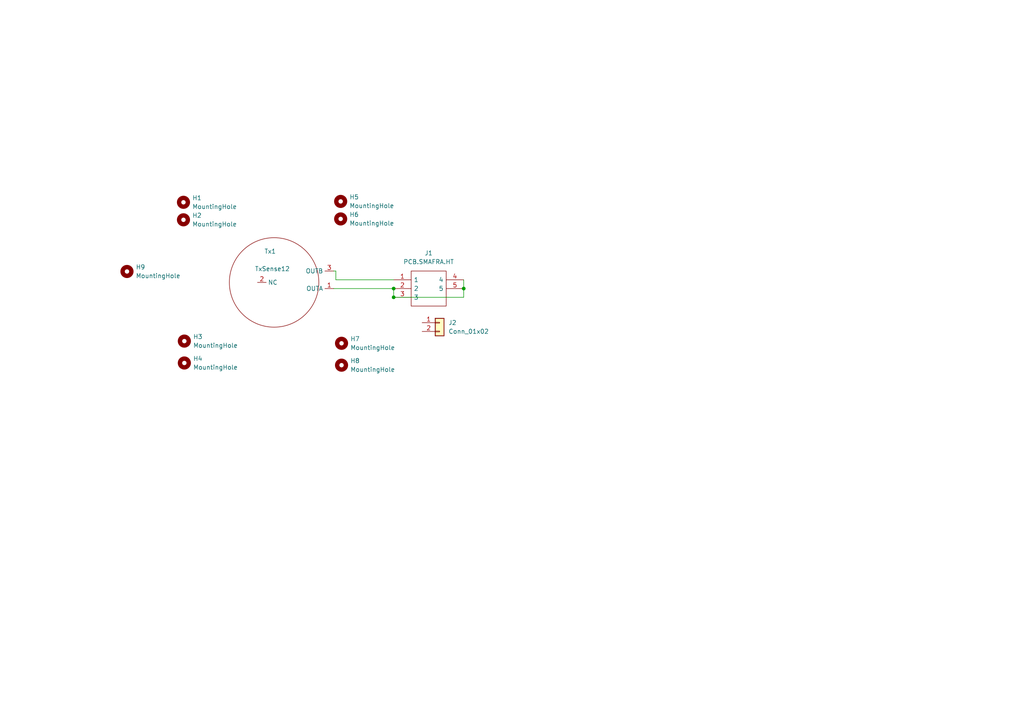
<source format=kicad_sch>
(kicad_sch (version 20211123) (generator eeschema)
  (paper "A4")
  (lib_symbols
    (symbol "Connector_Generic:Conn_01x02" (pin_names (offset 1.016) hide)
      (property "Reference" "J" (at 0 2.54 0))
      (property "Value" "Conn_01x02" (at 0 -5.08 0))
      (symbol "Conn_01x02_1_1"
        (rectangle (start -1.27 -2.413) (end 0 -2.667) (stroke (width 0.1524)))
        (rectangle (start -1.27 0.127) (end 0 -0.127) (stroke (width 0.1524)))
        (rectangle (start -1.27 1.27) (end 1.27 -3.81) (stroke (width 0.254)) (fill (type background)))
        (pin passive line (at -5.08 0 0) (length 3.81) (name "Pin_1") (number "1"))
        (pin passive line (at -5.08 -2.54 0) (length 3.81) (name "Pin_2") (number "2"))
      )
    )
    (symbol "Mechanical:MountingHole" (pin_names (offset 1.016))
      (property "Reference" "H" (at 0 5.08 0))
      (property "Value" "MountingHole" (at 0 3.175 0))
      (symbol "MountingHole_0_1"
        (circle (center 0 0) (radius 1.27) (stroke (width 1.27)))
      )
    )
    (symbol "SamacSys_Parts:PCB.SMAFRA.HT" (pin_names (offset 0.762))
      (property "Reference" "J" (at 16.51 7.62 0))
      (property "Value" "PCB.SMAFRA.HT" (at 16.51 5.08 0))
      (symbol "PCB.SMAFRA.HT_0_0"
        (pin passive line (at 0 0 0) (length 5.08) (name "1") (number "1"))
        (pin passive line (at 0 -2.54 0) (length 5.08) (name "2") (number "2"))
        (pin passive line (at 0 -5.08 0) (length 5.08) (name "3") (number "3"))
        (pin passive line (at 20.32 0 180) (length 5.08) (name "4") (number "4"))
        (pin passive line (at 20.32 -2.54 180) (length 5.08) (name "5") (number "5"))
      )
      (symbol "PCB.SMAFRA.HT_0_1"
        (polyline (pts (xy 5.08 2.54) (xy 15.24 2.54) (xy 15.24 -7.62) (xy 5.08 -7.62) (xy 5.08 2.54)) (stroke (width 0.1524)))
      )
    )
    (symbol "TxSense:TxSense5"
      (property "Reference" "Tx" (at 7.62 6.858 0))
      (property "Value" "TxSense5" (at 10.414 3.81 0))
      (symbol "TxSense5_0_1"
        (circle (center 9.652 -0.762) (radius 12.9764))
      )
      (symbol "TxSense5_1_1"
        (pin bidirectional line (at -7.62 -2.54 0) (length 2.54) (name "OUTA") (number "1"))
        (pin input line (at 14.478 -0.762 180) (length 2.54) (name "NC") (number "2"))
        (pin bidirectional line (at -7.62 2.54 0) (length 2.54) (name "OUTB") (number "3"))
      )
    )
  )
  (junction (at 134.493 83.693))
  (junction (at 114.173 86.233))
  (junction (at 114.173 83.693))
  (wire (pts (xy 114.173 83.693) (xy 114.173 86.233)))
  (wire (pts (xy 134.493 83.693) (xy 134.493 86.233)))
  (wire (pts (xy 134.493 81.153) (xy 134.493 83.693)))
  (wire (pts (xy 96.774 83.693) (xy 114.173 83.693)))
  (wire (pts (xy 97.409 81.153) (xy 114.173 81.153)))
  (wire (pts (xy 97.409 78.613) (xy 97.409 81.153)))
  (wire (pts (xy 96.774 78.613) (xy 97.409 78.613)))
  (wire (pts (xy 114.173 86.233) (xy 134.493 86.233)))
  (symbol (lib_id "SamacSys_Parts:PCB.SMAFRA.HT") (at 114.173 81.153 0) (unit 1)
    (property "Reference" "J1" (at 124.333 73.406 0))
    (property "Value" "PCB.SMAFRA.HT" (at 124.333 75.946 0))
    (property "Footprint" "SamacSys_Parts:PCBSMAFRAHT" (effects hide))
    (property "Description" "RF Connectors / Coaxial Connectors SMA RA PCB Mount, Jack, Gold, 50 , Through Hole Pin" (effects hide))
    (property "Height" "9" (effects hide))
    (property "Mouser Part Number" "960-PCB.SMAFRA.HT" (effects hide))
    (property "Mouser Price/Stock" "https://www.mouser.co.uk/ProductDetail/Taoglas/PCB.SMAFRA.HT?qs=RuW%2Fu%252BNMQmubIFYcN8w5Dw%3D%3D" (effects hide))
    (property "Manufacturer_Name" "Taoglas" (effects hide))
    (property "Manufacturer_Part_Number" "PCB.SMAFRA.HT" (effects hide))
  )
  (symbol (lib_id "Mechanical:MountingHole") (at 36.83 78.74 0) (unit 1)
    (property "Reference" "H9" (at 39.37 77.4699 0) (effects (justify left)))
    (property "Value" "MountingHole" (at 39.37 80.0099 0) (effects (justify left)))
    (property "Footprint" "library_components:BigHole" (effects hide))
  )
  (symbol (lib_id "Mechanical:MountingHole") (at 99.06 105.918 0) (unit 1)
    (property "Reference" "H8" (at 101.6 104.6479 0) (effects (justify left)))
    (property "Value" "MountingHole" (at 101.6 107.1879 0) (effects (justify left)))
    (property "Footprint" "MountingHole:MountingHole_3mm" (effects hide))
  )
  (symbol (lib_id "Mechanical:MountingHole") (at 98.806 58.42 0) (unit 1)
    (property "Reference" "H5" (at 101.346 57.1499 0) (effects (justify left)))
    (property "Value" "MountingHole" (at 101.346 59.6899 0) (effects (justify left)))
    (property "Footprint" "MountingHole:MountingHole_3mm" (effects hide))
  )
  (symbol (lib_id "Mechanical:MountingHole") (at 53.467 105.283 0) (unit 1)
    (property "Reference" "H4" (at 56.007 104.0129 0) (effects (justify left)))
    (property "Value" "MountingHole" (at 56.007 106.5529 0) (effects (justify left)))
    (property "Footprint" "MountingHole:MountingHole_3mm" (effects hide))
  )
  (symbol (lib_id "Mechanical:MountingHole") (at 98.806 63.5 0) (unit 1)
    (property "Reference" "H6" (at 101.346 62.2299 0) (effects (justify left)))
    (property "Value" "MountingHole" (at 101.346 64.7699 0) (effects (justify left)))
    (property "Footprint" "MountingHole:MountingHole_3mm" (effects hide))
  )
  (symbol (lib_id "Mechanical:MountingHole") (at 53.213 58.674 0) (unit 1)
    (property "Reference" "H1" (at 55.753 57.4039 0) (effects (justify left)))
    (property "Value" "MountingHole" (at 55.753 59.9439 0) (effects (justify left)))
    (property "Footprint" "MountingHole:MountingHole_3mm" (effects hide))
  )
  (symbol (lib_id "Mechanical:MountingHole") (at 53.467 98.933 0) (unit 1)
    (property "Reference" "H3" (at 56.007 97.6629 0) (effects (justify left)))
    (property "Value" "MountingHole" (at 56.007 100.2029 0) (effects (justify left)))
    (property "Footprint" "MountingHole:MountingHole_3mm" (effects hide))
  )
  (symbol (lib_id "Mechanical:MountingHole") (at 53.213 63.754 0) (unit 1)
    (property "Reference" "H2" (at 55.753 62.4839 0) (effects (justify left)))
    (property "Value" "MountingHole" (at 55.753 65.0239 0) (effects (justify left)))
    (property "Footprint" "MountingHole:MountingHole_3mm" (effects hide))
  )
  (symbol (lib_id "Mechanical:MountingHole") (at 99.06 99.568 0) (unit 1)
    (property "Reference" "H7" (at 101.6 98.2979 0) (effects (justify left)))
    (property "Value" "MountingHole" (at 101.6 100.8379 0) (effects (justify left)))
    (property "Footprint" "MountingHole:MountingHole_3mm" (effects hide))
  )
  (symbol (lib_id "TxSense:TxSense5") (at 89.154 81.153 0) (mirror y) (unit 1)
    (property "Reference" "Tx1" (at 78.359 72.898 0))
    (property "Value" "TxSense12" (at 78.994 77.978 0))
    (property "Footprint" "library_components:TxSense12" (effects hide))
  )
  (symbol (lib_id "Connector_Generic:Conn_01x02") (at 127.508 93.599 0) (unit 1)
    (property "Reference" "J2" (at 130.048 93.5989 0) (effects (justify left)))
    (property "Value" "Conn_01x02" (at 130.048 96.1389 0) (effects (justify left)))
    (property "Footprint" "Connector_PinHeader_2.54mm:PinHeader_1x02_P2.54mm_Vertical" (effects hide))
  )
)
</source>
